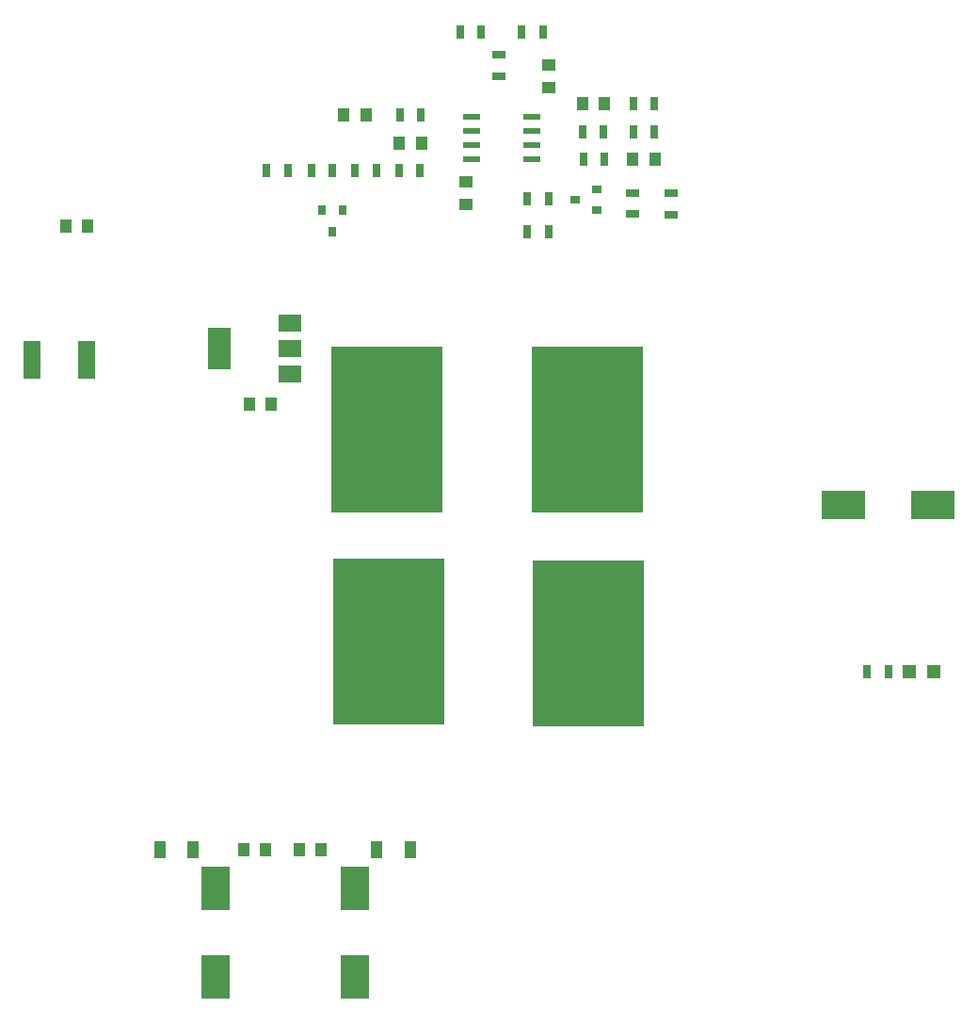
<source format=gbr>
G04 #@! TF.GenerationSoftware,KiCad,Pcbnew,(5.0.0)*
G04 #@! TF.CreationDate,2019-12-04T17:10:26-05:00*
G04 #@! TF.ProjectId,Audio Amp,417564696F20416D702E6B696361645F,rev?*
G04 #@! TF.SameCoordinates,Original*
G04 #@! TF.FileFunction,Paste,Top*
G04 #@! TF.FilePolarity,Positive*
%FSLAX46Y46*%
G04 Gerber Fmt 4.6, Leading zero omitted, Abs format (unit mm)*
G04 Created by KiCad (PCBNEW (5.0.0)) date 12/04/19 17:10:26*
%MOMM*%
%LPD*%
G01*
G04 APERTURE LIST*
%ADD10R,1.250000X1.000000*%
%ADD11R,4.000000X2.500000*%
%ADD12R,1.000000X1.250000*%
%ADD13R,2.500000X4.000000*%
%ADD14R,0.900000X0.800000*%
%ADD15R,10.000000X15.000000*%
%ADD16R,0.800000X0.900000*%
%ADD17R,0.700000X1.300000*%
%ADD18R,1.300000X0.700000*%
%ADD19R,1.550000X0.600000*%
%ADD20R,1.600000X3.500000*%
%ADD21R,1.200000X1.200000*%
%ADD22R,1.000000X1.600000*%
%ADD23R,2.000000X3.800000*%
%ADD24R,2.000000X1.500000*%
G04 APERTURE END LIST*
D10*
G04 #@! TO.C,C1*
X96000000Y-100000000D03*
X96000000Y-102000000D03*
G04 #@! TD*
G04 #@! TO.C,C2*
X103500000Y-89500000D03*
X103500000Y-91500000D03*
G04 #@! TD*
D11*
G04 #@! TO.C,C3*
X138000000Y-129000000D03*
X130000000Y-129000000D03*
G04 #@! TD*
D12*
G04 #@! TO.C,C4*
X111000000Y-98000000D03*
X113000000Y-98000000D03*
G04 #@! TD*
G04 #@! TO.C,C5*
X106500000Y-93000000D03*
X108500000Y-93000000D03*
G04 #@! TD*
D13*
G04 #@! TO.C,C6*
X86000000Y-171500000D03*
X86000000Y-163500000D03*
G04 #@! TD*
D12*
G04 #@! TO.C,C7*
X87000000Y-94000000D03*
X85000000Y-94000000D03*
G04 #@! TD*
G04 #@! TO.C,C8*
X92000000Y-96500000D03*
X90000000Y-96500000D03*
G04 #@! TD*
D13*
G04 #@! TO.C,C9*
X73500000Y-171500000D03*
X73500000Y-163500000D03*
G04 #@! TD*
D14*
G04 #@! TO.C,Q1*
X107804999Y-102564999D03*
X107804999Y-100664999D03*
X105804999Y-101614999D03*
G04 #@! TD*
D15*
G04 #@! TO.C,Q2*
X106940000Y-122240000D03*
G04 #@! TD*
G04 #@! TO.C,Q3*
X107060000Y-141460000D03*
G04 #@! TD*
D16*
G04 #@! TO.C,Q4*
X84950000Y-102500000D03*
X83050000Y-102500000D03*
X84000000Y-104500000D03*
G04 #@! TD*
D15*
G04 #@! TO.C,Q5*
X88940000Y-122240000D03*
G04 #@! TD*
G04 #@! TO.C,Q6*
X89060000Y-141310000D03*
G04 #@! TD*
D17*
G04 #@! TO.C,R1*
X112950000Y-93000000D03*
X111050000Y-93000000D03*
G04 #@! TD*
G04 #@! TO.C,R2*
X111050000Y-95500000D03*
X112950000Y-95500000D03*
G04 #@! TD*
G04 #@! TO.C,R3*
X106600000Y-98000000D03*
X108500000Y-98000000D03*
G04 #@! TD*
G04 #@! TO.C,R4*
X108400000Y-95500000D03*
X106500000Y-95500000D03*
G04 #@! TD*
G04 #@! TO.C,R5*
X103450000Y-101500000D03*
X101550000Y-101500000D03*
G04 #@! TD*
G04 #@! TO.C,R6*
X101550000Y-104500000D03*
X103450000Y-104500000D03*
G04 #@! TD*
D18*
G04 #@! TO.C,R7*
X111000000Y-102900000D03*
X111000000Y-101000000D03*
G04 #@! TD*
G04 #@! TO.C,R8*
X114500000Y-101050000D03*
X114500000Y-102950000D03*
G04 #@! TD*
D17*
G04 #@! TO.C,R11*
X102950000Y-86500000D03*
X101050000Y-86500000D03*
G04 #@! TD*
G04 #@! TO.C,R12*
X97400000Y-86500000D03*
X95500000Y-86500000D03*
G04 #@! TD*
G04 #@! TO.C,R13*
X91950000Y-94000000D03*
X90050000Y-94000000D03*
G04 #@! TD*
D18*
G04 #@! TO.C,R14*
X99000000Y-88600000D03*
X99000000Y-90500000D03*
G04 #@! TD*
D17*
G04 #@! TO.C,R15*
X91900000Y-99000000D03*
X90000000Y-99000000D03*
G04 #@! TD*
G04 #@! TO.C,R16*
X87950000Y-99000000D03*
X86050000Y-99000000D03*
G04 #@! TD*
G04 #@! TO.C,R17*
X84000000Y-99000000D03*
X82100000Y-99000000D03*
G04 #@! TD*
G04 #@! TO.C,R18*
X80000000Y-99000000D03*
X78100000Y-99000000D03*
G04 #@! TD*
D19*
G04 #@! TO.C,U1*
X101900000Y-98000000D03*
X101900000Y-96730000D03*
X101900000Y-95460000D03*
X101900000Y-94190000D03*
X96500000Y-94190000D03*
X96500000Y-95460000D03*
X96500000Y-96730000D03*
X96500000Y-98000000D03*
G04 #@! TD*
D20*
G04 #@! TO.C,F1*
X61880000Y-116000000D03*
X57000000Y-116000000D03*
G04 #@! TD*
D21*
G04 #@! TO.C,D1*
X138100000Y-144000000D03*
X135900000Y-144000000D03*
G04 #@! TD*
D17*
G04 #@! TO.C,R21*
X134000000Y-144000000D03*
X132100000Y-144000000D03*
G04 #@! TD*
D12*
G04 #@! TO.C,C10*
X60000000Y-104000000D03*
X62000000Y-104000000D03*
G04 #@! TD*
G04 #@! TO.C,C11*
X76500000Y-120000000D03*
X78500000Y-120000000D03*
G04 #@! TD*
D22*
G04 #@! TO.C,C12*
X68500000Y-160000000D03*
X71500000Y-160000000D03*
G04 #@! TD*
D12*
G04 #@! TO.C,C13*
X78000000Y-160000000D03*
X76000000Y-160000000D03*
G04 #@! TD*
D22*
G04 #@! TO.C,C14*
X91000000Y-160000000D03*
X88000000Y-160000000D03*
G04 #@! TD*
D12*
G04 #@! TO.C,C15*
X81000000Y-160000000D03*
X83000000Y-160000000D03*
G04 #@! TD*
D23*
G04 #@! TO.C,U2*
X73850000Y-115000000D03*
D24*
X80150000Y-115000000D03*
X80150000Y-112700000D03*
X80150000Y-117300000D03*
G04 #@! TD*
M02*

</source>
